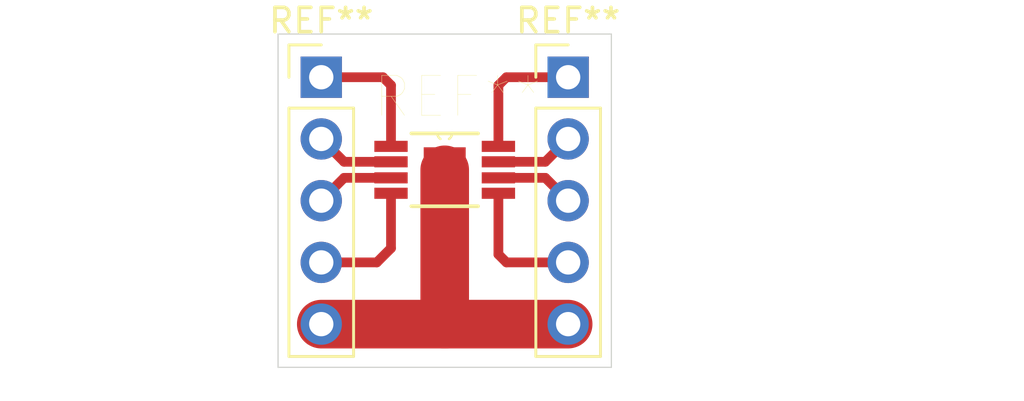
<source format=kicad_pcb>
(kicad_pcb (version 20171130) (host pcbnew "(5.1.5-0-10_14)")

  (general
    (thickness 1.6)
    (drawings 4)
    (tracks 23)
    (zones 0)
    (modules 3)
    (nets 1)
  )

  (page A4)
  (layers
    (0 F.Cu signal)
    (31 B.Cu signal)
    (32 B.Adhes user)
    (33 F.Adhes user)
    (34 B.Paste user)
    (35 F.Paste user)
    (36 B.SilkS user)
    (37 F.SilkS user)
    (38 B.Mask user)
    (39 F.Mask user)
    (40 Dwgs.User user)
    (41 Cmts.User user)
    (42 Eco1.User user)
    (43 Eco2.User user)
    (44 Edge.Cuts user)
    (45 Margin user)
    (46 B.CrtYd user)
    (47 F.CrtYd user)
    (48 B.Fab user)
    (49 F.Fab user)
  )

  (setup
    (last_trace_width 2)
    (user_trace_width 0.4)
    (user_trace_width 2)
    (user_trace_width 3)
    (trace_clearance 0.2)
    (zone_clearance 0.508)
    (zone_45_only no)
    (trace_min 0.2)
    (via_size 0.8)
    (via_drill 0.4)
    (via_min_size 0.4)
    (via_min_drill 0.3)
    (uvia_size 0.3)
    (uvia_drill 0.1)
    (uvias_allowed no)
    (uvia_min_size 0.2)
    (uvia_min_drill 0.1)
    (edge_width 0.05)
    (segment_width 0.2)
    (pcb_text_width 0.3)
    (pcb_text_size 1.5 1.5)
    (mod_edge_width 0.12)
    (mod_text_size 1 1)
    (mod_text_width 0.15)
    (pad_size 1.524 1.524)
    (pad_drill 0.762)
    (pad_to_mask_clearance 0.051)
    (solder_mask_min_width 0.25)
    (aux_axis_origin 0 0)
    (visible_elements FFFFFF7F)
    (pcbplotparams
      (layerselection 0x010fc_ffffffff)
      (usegerberextensions false)
      (usegerberattributes false)
      (usegerberadvancedattributes false)
      (creategerberjobfile false)
      (excludeedgelayer true)
      (linewidth 0.100000)
      (plotframeref false)
      (viasonmask false)
      (mode 1)
      (useauxorigin false)
      (hpglpennumber 1)
      (hpglpenspeed 20)
      (hpglpendiameter 15.000000)
      (psnegative false)
      (psa4output false)
      (plotreference true)
      (plotvalue true)
      (plotinvisibletext false)
      (padsonsilk false)
      (subtractmaskfromsilk false)
      (outputformat 1)
      (mirror false)
      (drillshape 0)
      (scaleselection 1)
      (outputdirectory ""))
  )

  (net 0 "")

  (net_class Default "This is the default net class."
    (clearance 0.2)
    (trace_width 0.25)
    (via_dia 0.8)
    (via_drill 0.4)
    (uvia_dia 0.3)
    (uvia_drill 0.1)
  )

  (module Connector_PinHeader_2.54mm:PinHeader_1x05_P2.54mm_Vertical (layer F.Cu) (tedit 59FED5CC) (tstamp 5EB7F2E8)
    (at 159.512 88.646)
    (descr "Through hole straight pin header, 1x05, 2.54mm pitch, single row")
    (tags "Through hole pin header THT 1x05 2.54mm single row")
    (fp_text reference REF** (at 0 -2.33) (layer F.SilkS)
      (effects (font (size 1 1) (thickness 0.15)))
    )
    (fp_text value PinHeader_1x05_P2.54mm_Vertical (at 0 12.49) (layer F.Fab)
      (effects (font (size 1 1) (thickness 0.15)))
    )
    (fp_text user %R (at 0 5.08 90) (layer F.Fab)
      (effects (font (size 1 1) (thickness 0.15)))
    )
    (fp_line (start 1.8 -1.8) (end -1.8 -1.8) (layer F.CrtYd) (width 0.05))
    (fp_line (start 1.8 11.95) (end 1.8 -1.8) (layer F.CrtYd) (width 0.05))
    (fp_line (start -1.8 11.95) (end 1.8 11.95) (layer F.CrtYd) (width 0.05))
    (fp_line (start -1.8 -1.8) (end -1.8 11.95) (layer F.CrtYd) (width 0.05))
    (fp_line (start -1.33 -1.33) (end 0 -1.33) (layer F.SilkS) (width 0.12))
    (fp_line (start -1.33 0) (end -1.33 -1.33) (layer F.SilkS) (width 0.12))
    (fp_line (start -1.33 1.27) (end 1.33 1.27) (layer F.SilkS) (width 0.12))
    (fp_line (start 1.33 1.27) (end 1.33 11.49) (layer F.SilkS) (width 0.12))
    (fp_line (start -1.33 1.27) (end -1.33 11.49) (layer F.SilkS) (width 0.12))
    (fp_line (start -1.33 11.49) (end 1.33 11.49) (layer F.SilkS) (width 0.12))
    (fp_line (start -1.27 -0.635) (end -0.635 -1.27) (layer F.Fab) (width 0.1))
    (fp_line (start -1.27 11.43) (end -1.27 -0.635) (layer F.Fab) (width 0.1))
    (fp_line (start 1.27 11.43) (end -1.27 11.43) (layer F.Fab) (width 0.1))
    (fp_line (start 1.27 -1.27) (end 1.27 11.43) (layer F.Fab) (width 0.1))
    (fp_line (start -0.635 -1.27) (end 1.27 -1.27) (layer F.Fab) (width 0.1))
    (pad 5 thru_hole oval (at 0 10.16) (size 1.7 1.7) (drill 1) (layers *.Cu *.Mask))
    (pad 4 thru_hole oval (at 0 7.62) (size 1.7 1.7) (drill 1) (layers *.Cu *.Mask))
    (pad 3 thru_hole oval (at 0 5.08) (size 1.7 1.7) (drill 1) (layers *.Cu *.Mask))
    (pad 2 thru_hole oval (at 0 2.54) (size 1.7 1.7) (drill 1) (layers *.Cu *.Mask))
    (pad 1 thru_hole rect (at 0 0) (size 1.7 1.7) (drill 1) (layers *.Cu *.Mask))
    (model ${KISYS3DMOD}/Connector_PinHeader_2.54mm.3dshapes/PinHeader_1x05_P2.54mm_Vertical.wrl
      (at (xyz 0 0 0))
      (scale (xyz 1 1 1))
      (rotate (xyz 0 0 0))
    )
  )

  (module Connector_PinHeader_2.54mm:PinHeader_1x05_P2.54mm_Vertical (layer F.Cu) (tedit 59FED5CC) (tstamp 5EB7F137)
    (at 149.352 88.646)
    (descr "Through hole straight pin header, 1x05, 2.54mm pitch, single row")
    (tags "Through hole pin header THT 1x05 2.54mm single row")
    (fp_text reference REF** (at 0 -2.33) (layer F.SilkS)
      (effects (font (size 1 1) (thickness 0.15)))
    )
    (fp_text value PinHeader_1x05_P2.54mm_Vertical (at 0 12.49) (layer F.Fab)
      (effects (font (size 1 1) (thickness 0.15)))
    )
    (fp_text user %R (at 0 5.08 90) (layer F.Fab)
      (effects (font (size 1 1) (thickness 0.15)))
    )
    (fp_line (start 1.8 -1.8) (end -1.8 -1.8) (layer F.CrtYd) (width 0.05))
    (fp_line (start 1.8 11.95) (end 1.8 -1.8) (layer F.CrtYd) (width 0.05))
    (fp_line (start -1.8 11.95) (end 1.8 11.95) (layer F.CrtYd) (width 0.05))
    (fp_line (start -1.8 -1.8) (end -1.8 11.95) (layer F.CrtYd) (width 0.05))
    (fp_line (start -1.33 -1.33) (end 0 -1.33) (layer F.SilkS) (width 0.12))
    (fp_line (start -1.33 0) (end -1.33 -1.33) (layer F.SilkS) (width 0.12))
    (fp_line (start -1.33 1.27) (end 1.33 1.27) (layer F.SilkS) (width 0.12))
    (fp_line (start 1.33 1.27) (end 1.33 11.49) (layer F.SilkS) (width 0.12))
    (fp_line (start -1.33 1.27) (end -1.33 11.49) (layer F.SilkS) (width 0.12))
    (fp_line (start -1.33 11.49) (end 1.33 11.49) (layer F.SilkS) (width 0.12))
    (fp_line (start -1.27 -0.635) (end -0.635 -1.27) (layer F.Fab) (width 0.1))
    (fp_line (start -1.27 11.43) (end -1.27 -0.635) (layer F.Fab) (width 0.1))
    (fp_line (start 1.27 11.43) (end -1.27 11.43) (layer F.Fab) (width 0.1))
    (fp_line (start 1.27 -1.27) (end 1.27 11.43) (layer F.Fab) (width 0.1))
    (fp_line (start -0.635 -1.27) (end 1.27 -1.27) (layer F.Fab) (width 0.1))
    (pad 5 thru_hole oval (at 0 10.16) (size 1.7 1.7) (drill 1) (layers *.Cu *.Mask))
    (pad 4 thru_hole oval (at 0 7.62) (size 1.7 1.7) (drill 1) (layers *.Cu *.Mask))
    (pad 3 thru_hole oval (at 0 5.08) (size 1.7 1.7) (drill 1) (layers *.Cu *.Mask))
    (pad 2 thru_hole oval (at 0 2.54) (size 1.7 1.7) (drill 1) (layers *.Cu *.Mask))
    (pad 1 thru_hole rect (at 0 0) (size 1.7 1.7) (drill 1) (layers *.Cu *.Mask))
    (model ${KISYS3DMOD}/Connector_PinHeader_2.54mm.3dshapes/PinHeader_1x05_P2.54mm_Vertical.wrl
      (at (xyz 0 0 0))
      (scale (xyz 1 1 1))
      (rotate (xyz 0 0 0))
    )
  )

  (module LM25085QMY:SOP65P490X110-9N (layer F.Cu) (tedit 5EB7859F) (tstamp 5EB7E0DE)
    (at 154.432 92.456)
    (fp_text reference REF** (at 0.533955 -3.000295) (layer F.SilkS)
      (effects (font (size 1.641693 1.641693) (thickness 0.015)))
    )
    (fp_text value SOP65P490X110-9N (at 11.02515 2.794385) (layer F.Fab)
      (effects (font (size 1.640228 1.640228) (thickness 0.015)))
    )
    (fp_arc (start 0 -1.4986) (end -0.3048 -1.4986) (angle -180) (layer F.Fab) (width 0.1))
    (fp_line (start -0.3048 -1.4986) (end -1.4986 -1.4986) (layer F.Fab) (width 0.1524))
    (fp_line (start 0.3048 -1.4986) (end -0.3048 -1.4986) (layer F.Fab) (width 0.1524))
    (fp_line (start 1.4986 -1.4986) (end 0.3048 -1.4986) (layer F.Fab) (width 0.1524))
    (fp_line (start 1.4986 1.4986) (end 1.4986 -1.4986) (layer F.Fab) (width 0.1524))
    (fp_line (start -1.4986 1.4986) (end 1.4986 1.4986) (layer F.Fab) (width 0.1524))
    (fp_line (start -1.4986 -1.4986) (end -1.4986 1.4986) (layer F.Fab) (width 0.1524))
    (fp_line (start 2.5146 -1.1684) (end 1.4986 -1.1684) (layer F.Fab) (width 0.1524))
    (fp_line (start 2.5146 -0.7874) (end 2.5146 -1.1684) (layer F.Fab) (width 0.1524))
    (fp_line (start 1.4986 -0.7874) (end 2.5146 -0.7874) (layer F.Fab) (width 0.1524))
    (fp_line (start 1.4986 -1.1684) (end 1.4986 -0.7874) (layer F.Fab) (width 0.1524))
    (fp_line (start 2.5146 -0.5334) (end 1.4986 -0.5334) (layer F.Fab) (width 0.1524))
    (fp_line (start 2.5146 -0.127) (end 2.5146 -0.5334) (layer F.Fab) (width 0.1524))
    (fp_line (start 1.4986 -0.127) (end 2.5146 -0.127) (layer F.Fab) (width 0.1524))
    (fp_line (start 1.4986 -0.5334) (end 1.4986 -0.127) (layer F.Fab) (width 0.1524))
    (fp_line (start 2.5146 0.127) (end 1.4986 0.127) (layer F.Fab) (width 0.1524))
    (fp_line (start 2.5146 0.5334) (end 2.5146 0.127) (layer F.Fab) (width 0.1524))
    (fp_line (start 1.4986 0.5334) (end 2.5146 0.5334) (layer F.Fab) (width 0.1524))
    (fp_line (start 1.4986 0.127) (end 1.4986 0.5334) (layer F.Fab) (width 0.1524))
    (fp_line (start 2.5146 0.7874) (end 1.4986 0.7874) (layer F.Fab) (width 0.1524))
    (fp_line (start 2.5146 1.1684) (end 2.5146 0.7874) (layer F.Fab) (width 0.1524))
    (fp_line (start 1.4986 1.1684) (end 2.5146 1.1684) (layer F.Fab) (width 0.1524))
    (fp_line (start 1.4986 0.7874) (end 1.4986 1.1684) (layer F.Fab) (width 0.1524))
    (fp_line (start -2.5146 1.1684) (end -1.4986 1.1684) (layer F.Fab) (width 0.1524))
    (fp_line (start -2.5146 0.7874) (end -2.5146 1.1684) (layer F.Fab) (width 0.1524))
    (fp_line (start -1.4986 0.7874) (end -2.5146 0.7874) (layer F.Fab) (width 0.1524))
    (fp_line (start -1.4986 1.1684) (end -1.4986 0.7874) (layer F.Fab) (width 0.1524))
    (fp_line (start -2.5146 0.5334) (end -1.4986 0.5334) (layer F.Fab) (width 0.1524))
    (fp_line (start -2.5146 0.127) (end -2.5146 0.5334) (layer F.Fab) (width 0.1524))
    (fp_line (start -1.4986 0.127) (end -2.5146 0.127) (layer F.Fab) (width 0.1524))
    (fp_line (start -1.4986 0.5334) (end -1.4986 0.127) (layer F.Fab) (width 0.1524))
    (fp_line (start -2.5146 -0.127) (end -1.4986 -0.127) (layer F.Fab) (width 0.1524))
    (fp_line (start -2.5146 -0.5334) (end -2.5146 -0.127) (layer F.Fab) (width 0.1524))
    (fp_line (start -1.4986 -0.5334) (end -2.5146 -0.5334) (layer F.Fab) (width 0.1524))
    (fp_line (start -1.4986 -0.127) (end -1.4986 -0.5334) (layer F.Fab) (width 0.1524))
    (fp_line (start -2.5146 -0.7874) (end -1.4986 -0.7874) (layer F.Fab) (width 0.1524))
    (fp_line (start -2.5146 -1.1684) (end -2.5146 -0.7874) (layer F.Fab) (width 0.1524))
    (fp_line (start -1.4986 -1.1684) (end -2.5146 -1.1684) (layer F.Fab) (width 0.1524))
    (fp_line (start -1.4986 -0.7874) (end -1.4986 -1.1684) (layer F.Fab) (width 0.1524))
    (fp_arc (start -0.00695 -1.514494) (end -0.3048 -1.4986) (angle -52) (layer F.SilkS) (width 0.1))
    (fp_arc (start 0.00695 -1.514494) (end 0.1778 -1.27) (angle -52) (layer F.SilkS) (width 0.1))
    (fp_line (start -0.3048 -1.4986) (end -1.3716 -1.4986) (layer F.SilkS) (width 0.1524))
    (fp_line (start 0.3048 -1.4986) (end -0.3048 -1.4986) (layer F.SilkS) (width 0.1524))
    (fp_line (start 1.3716 -1.4986) (end 0.3048 -1.4986) (layer F.SilkS) (width 0.1524))
    (fp_line (start -1.3716 1.4986) (end 1.3716 1.4986) (layer F.SilkS) (width 0.1524))
    (pad 9 smd rect (at 0 0) (size 1.7272 1.8542) (layers F.Cu F.Paste F.Mask))
    (pad 8 smd rect (at 2.2098 -0.9652) (size 1.3716 0.4572) (layers F.Cu F.Paste F.Mask))
    (pad 7 smd rect (at 2.2098 -0.3302) (size 1.3716 0.4572) (layers F.Cu F.Paste F.Mask))
    (pad 6 smd rect (at 2.2098 0.3302) (size 1.3716 0.4572) (layers F.Cu F.Paste F.Mask))
    (pad 5 smd rect (at 2.2098 0.9652) (size 1.3716 0.4572) (layers F.Cu F.Paste F.Mask))
    (pad 4 smd rect (at -2.2098 0.9652) (size 1.3716 0.4572) (layers F.Cu F.Paste F.Mask))
    (pad 3 smd rect (at -2.2098 0.3302) (size 1.3716 0.4572) (layers F.Cu F.Paste F.Mask))
    (pad 2 smd rect (at -2.2098 -0.3302) (size 1.3716 0.4572) (layers F.Cu F.Paste F.Mask))
    (pad 1 smd rect (at -2.2098 -0.9652) (size 1.3716 0.4572) (layers F.Cu F.Paste F.Mask))
  )

  (gr_line (start 161.29 86.868) (end 147.574 86.868) (layer Edge.Cuts) (width 0.05) (tstamp 5EB7F361))
  (gr_line (start 161.29 100.584) (end 161.29 86.868) (layer Edge.Cuts) (width 0.05))
  (gr_line (start 147.574 100.584) (end 161.29 100.584) (layer Edge.Cuts) (width 0.05))
  (gr_line (start 147.574 86.868) (end 147.574 100.584) (layer Edge.Cuts) (width 0.05))

  (segment (start 150.2918 92.1258) (end 149.352 91.186) (width 0.4) (layer F.Cu) (net 0))
  (segment (start 152.2222 92.1258) (end 150.2918 92.1258) (width 0.4) (layer F.Cu) (net 0))
  (segment (start 150.2918 92.7862) (end 149.352 93.726) (width 0.4) (layer F.Cu) (net 0))
  (segment (start 152.2222 92.7862) (end 150.2918 92.7862) (width 0.4) (layer F.Cu) (net 0))
  (segment (start 152.2222 93.4212) (end 152.2222 95.6818) (width 0.4) (layer F.Cu) (net 0))
  (segment (start 151.638 96.266) (end 149.352 96.266) (width 0.4) (layer F.Cu) (net 0))
  (segment (start 152.2222 95.6818) (end 151.638 96.266) (width 0.4) (layer F.Cu) (net 0))
  (segment (start 152.2222 91.4908) (end 152.2222 88.9762) (width 0.4) (layer F.Cu) (net 0))
  (segment (start 151.892 88.646) (end 149.352 88.646) (width 0.4) (layer F.Cu) (net 0))
  (segment (start 152.2222 88.9762) (end 151.892 88.646) (width 0.4) (layer F.Cu) (net 0))
  (segment (start 156.6418 91.4908) (end 156.6418 88.9762) (width 0.4) (layer F.Cu) (net 0))
  (segment (start 156.972 88.646) (end 159.512 88.646) (width 0.4) (layer F.Cu) (net 0))
  (segment (start 156.6418 88.9762) (end 156.972 88.646) (width 0.4) (layer F.Cu) (net 0))
  (segment (start 156.6418 93.4212) (end 156.6418 95.9358) (width 0.4) (layer F.Cu) (net 0))
  (segment (start 156.972 96.266) (end 159.512 96.266) (width 0.4) (layer F.Cu) (net 0))
  (segment (start 156.6418 95.9358) (end 156.972 96.266) (width 0.4) (layer F.Cu) (net 0))
  (segment (start 158.5722 92.7862) (end 159.512 93.726) (width 0.4) (layer F.Cu) (net 0))
  (segment (start 156.6418 92.7862) (end 158.5722 92.7862) (width 0.4) (layer F.Cu) (net 0))
  (segment (start 158.5722 92.1258) (end 159.512 91.186) (width 0.4) (layer F.Cu) (net 0))
  (segment (start 156.6418 92.1258) (end 158.5722 92.1258) (width 0.4) (layer F.Cu) (net 0))
  (segment (start 154.432 92.456) (end 154.432 98.806) (width 2) (layer F.Cu) (net 0))
  (segment (start 154.432 98.806) (end 159.512 98.806) (width 2) (layer F.Cu) (net 0))
  (segment (start 154.432 98.806) (end 149.352 98.806) (width 2) (layer F.Cu) (net 0))

)

</source>
